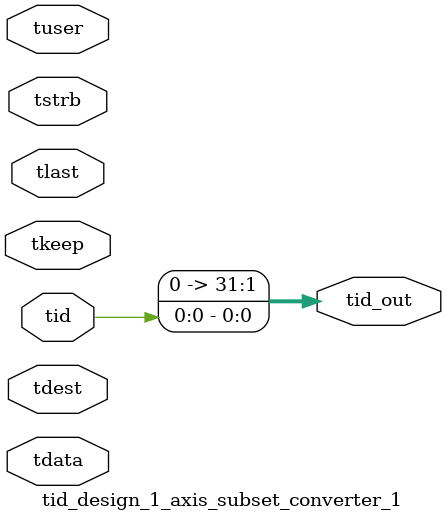
<source format=v>


`timescale 1ps/1ps

module tid_design_1_axis_subset_converter_1 #
(
parameter C_S_AXIS_TID_WIDTH   = 1,
parameter C_S_AXIS_TUSER_WIDTH = 0,
parameter C_S_AXIS_TDATA_WIDTH = 0,
parameter C_S_AXIS_TDEST_WIDTH = 0,
parameter C_M_AXIS_TID_WIDTH   = 32
)
(
input  [(C_S_AXIS_TID_WIDTH   == 0 ? 1 : C_S_AXIS_TID_WIDTH)-1:0       ] tid,
input  [(C_S_AXIS_TDATA_WIDTH == 0 ? 1 : C_S_AXIS_TDATA_WIDTH)-1:0     ] tdata,
input  [(C_S_AXIS_TUSER_WIDTH == 0 ? 1 : C_S_AXIS_TUSER_WIDTH)-1:0     ] tuser,
input  [(C_S_AXIS_TDEST_WIDTH == 0 ? 1 : C_S_AXIS_TDEST_WIDTH)-1:0     ] tdest,
input  [(C_S_AXIS_TDATA_WIDTH/8)-1:0 ] tkeep,
input  [(C_S_AXIS_TDATA_WIDTH/8)-1:0 ] tstrb,
input                                                                    tlast,
output [(C_M_AXIS_TID_WIDTH   == 0 ? 1 : C_M_AXIS_TID_WIDTH)-1:0       ] tid_out
);

assign tid_out = {tid[0:0]};

endmodule


</source>
